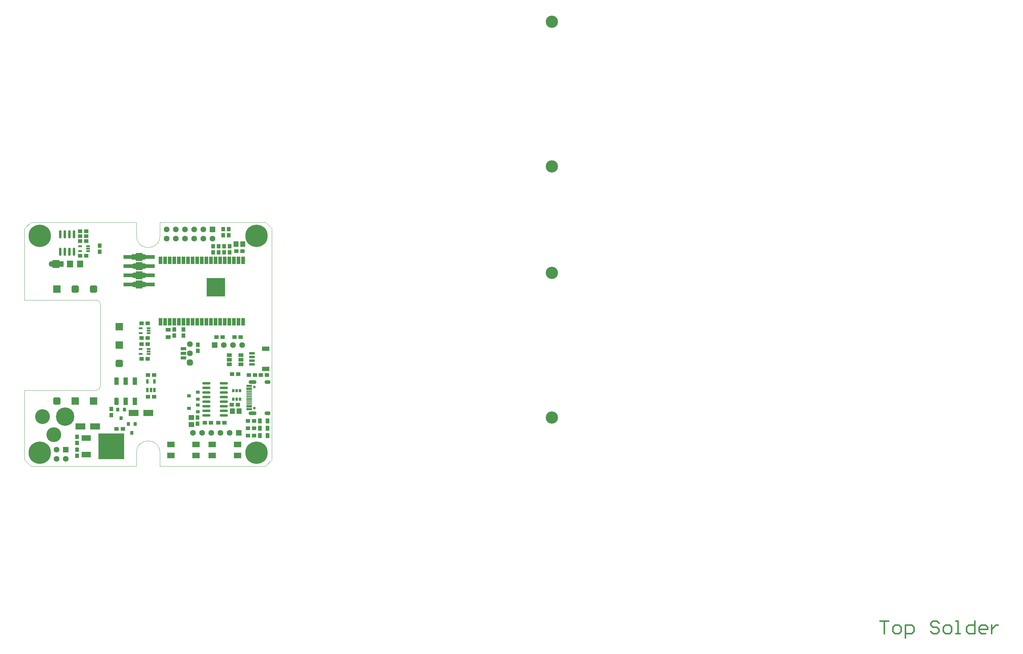
<source format=gts>
G04*
G04 #@! TF.GenerationSoftware,Altium Limited,Altium Designer,22.5.1 (42)*
G04*
G04 Layer_Color=8388736*
%FSLAX25Y25*%
%MOIN*%
G70*
G04*
G04 #@! TF.SameCoordinates,46755F1F-E2D4-4758-92CB-C7930609D95B*
G04*
G04*
G04 #@! TF.FilePolarity,Negative*
G04*
G01*
G75*
%ADD13C,0.00394*%
%ADD14C,0.01575*%
%ADD46R,0.07480X0.08661*%
%ADD47R,0.05394X0.04331*%
%ADD48R,0.12598X0.04331*%
%ADD49R,0.04331X0.04724*%
%ADD50R,0.03937X0.01968*%
%ADD51R,0.05512X0.04331*%
%ADD52R,0.06299X0.03543*%
%ADD53R,0.04724X0.04331*%
%ADD54C,0.02362*%
%ADD55R,0.01968X0.04331*%
%ADD56O,0.02756X0.09055*%
%ADD57R,0.06693X0.07480*%
%ADD58R,0.06496X0.02756*%
%ADD59R,0.08268X0.05118*%
%ADD60R,0.03740X0.04331*%
%ADD61R,0.03740X0.04331*%
%ADD62R,0.05512X0.06299*%
%ADD63R,0.04331X0.05512*%
%ADD64O,0.09055X0.02756*%
%ADD65R,0.04331X0.03740*%
%ADD66R,0.04331X0.03740*%
%ADD67R,0.06299X0.05512*%
%ADD68R,0.08268X0.05906*%
%ADD69R,0.02756X0.04921*%
%ADD70R,0.10630X0.07087*%
%ADD71R,0.10236X0.06299*%
%ADD72R,0.27953X0.27953*%
%ADD73R,0.04724X0.08071*%
G04:AMPARAMS|DCode=74|XSize=47.24mil|YSize=80.71mil|CornerRadius=12.8mil|HoleSize=0mil|Usage=FLASHONLY|Rotation=0.000|XOffset=0mil|YOffset=0mil|HoleType=Round|Shape=RoundedRectangle|*
%AMROUNDEDRECTD74*
21,1,0.04724,0.05512,0,0,0.0*
21,1,0.02165,0.08071,0,0,0.0*
1,1,0.02559,0.01083,-0.02756*
1,1,0.02559,-0.01083,-0.02756*
1,1,0.02559,-0.01083,0.02756*
1,1,0.02559,0.01083,0.02756*
%
%ADD74ROUNDEDRECTD74*%
%ADD75R,0.06102X0.01575*%
%ADD76R,0.02559X0.03543*%
%ADD77R,0.03937X0.08268*%
%ADD78R,0.20079X0.20079*%
%ADD79C,0.13386*%
%ADD80C,0.06299*%
%ADD81R,0.06299X0.06299*%
%ADD82R,0.06299X0.06299*%
%ADD83C,0.06394*%
G04:AMPARAMS|DCode=84|XSize=63.94mil|YSize=63.94mil|CornerRadius=16.97mil|HoleSize=0mil|Usage=FLASHONLY|Rotation=270.000|XOffset=0mil|YOffset=0mil|HoleType=Round|Shape=RoundedRectangle|*
%AMROUNDEDRECTD84*
21,1,0.06394,0.03000,0,0,270.0*
21,1,0.03000,0.06394,0,0,270.0*
1,1,0.03394,-0.01500,-0.01500*
1,1,0.03394,-0.01500,0.01500*
1,1,0.03394,0.01500,0.01500*
1,1,0.03394,0.01500,-0.01500*
%
%ADD84ROUNDEDRECTD84*%
%ADD85C,0.16142*%
%ADD86C,0.20079*%
%ADD87R,0.08268X0.08268*%
G04:AMPARAMS|DCode=88|XSize=82.68mil|YSize=82.68mil|CornerRadius=21.65mil|HoleSize=0mil|Usage=FLASHONLY|Rotation=180.000|XOffset=0mil|YOffset=0mil|HoleType=Round|Shape=RoundedRectangle|*
%AMROUNDEDRECTD88*
21,1,0.08268,0.03937,0,0,180.0*
21,1,0.03937,0.08268,0,0,180.0*
1,1,0.04331,-0.01968,0.01968*
1,1,0.04331,0.01968,0.01968*
1,1,0.04331,0.01968,-0.01968*
1,1,0.04331,-0.01968,-0.01968*
%
%ADD88ROUNDEDRECTD88*%
G04:AMPARAMS|DCode=89|XSize=82.68mil|YSize=82.68mil|CornerRadius=21.65mil|HoleSize=0mil|Usage=FLASHONLY|Rotation=270.000|XOffset=0mil|YOffset=0mil|HoleType=Round|Shape=RoundedRectangle|*
%AMROUNDEDRECTD89*
21,1,0.08268,0.03937,0,0,270.0*
21,1,0.03937,0.08268,0,0,270.0*
1,1,0.04331,-0.01968,-0.01968*
1,1,0.04331,-0.01968,0.01968*
1,1,0.04331,0.01968,0.01968*
1,1,0.04331,0.01968,-0.01968*
%
%ADD89ROUNDEDRECTD89*%
%ADD90R,0.08268X0.08268*%
%ADD91O,0.08661X0.04331*%
%ADD92O,0.06693X0.04331*%
%ADD93C,0.02953*%
%ADD94C,0.24410*%
G36*
X122716Y231968D02*
X122677Y231624D01*
X122772Y230939D01*
X123090Y230325D01*
X123593Y229851D01*
X123898Y229685D01*
X124269Y229759D01*
X125004Y229576D01*
X125590Y229095D01*
X125915Y228410D01*
X125915Y227653D01*
X125590Y226968D01*
X125004Y226487D01*
X124269Y226304D01*
X123898Y226378D01*
X123590Y226207D01*
X123083Y225724D01*
X122766Y225100D01*
X122674Y224405D01*
X122717Y224056D01*
X121437Y224056D01*
Y231968D01*
X122716Y231968D01*
D02*
G37*
G36*
X128524Y224095D02*
X126555D01*
X123507Y224095D01*
X123501Y224352D01*
X123648Y224844D01*
X123938Y225268D01*
X124345Y225582D01*
X124587Y225669D01*
X124587Y225669D01*
X125006Y225761D01*
X125764Y226161D01*
X126330Y226803D01*
X126633Y227603D01*
X126633Y228460D01*
X126330Y229260D01*
X125764Y229902D01*
X125007Y230302D01*
X124587Y230394D01*
X124587Y230394D01*
X124345Y230481D01*
X123938Y230795D01*
X123648Y231219D01*
X123502Y231712D01*
X123507Y231968D01*
X123507Y231968D01*
X126555Y231968D01*
X128524D01*
Y224095D01*
D02*
G37*
G36*
X122717Y224056D02*
X122717D01*
D01*
X122717D01*
D02*
G37*
G36*
X37795Y224448D02*
X37795Y216535D01*
X36516D01*
X36556Y216880D01*
X36460Y217565D01*
X36143Y218179D01*
X35639Y218653D01*
X35335Y218819D01*
X35335Y218819D01*
X34963Y218745D01*
X34228Y218928D01*
X33642Y219409D01*
X33318Y220094D01*
X33318Y220851D01*
X33642Y221536D01*
X34228Y222017D01*
X34963Y222200D01*
X35335Y222126D01*
Y222126D01*
X35642Y222297D01*
X36149Y222780D01*
X36467Y223404D01*
X36559Y224099D01*
X36516Y224448D01*
Y224448D01*
X37795Y224448D01*
D02*
G37*
G36*
X35725Y224409D02*
X35731Y224152D01*
X35585Y223660D01*
X35294Y223236D01*
X34887Y222922D01*
X34646Y222835D01*
X34646Y222835D01*
X34226Y222743D01*
X33469Y222343D01*
X32902Y221701D01*
X32599Y220901D01*
X32599Y220044D01*
X32902Y219244D01*
X33469Y218602D01*
X34226Y218202D01*
X34646Y218110D01*
X34646Y218110D01*
X34887Y218023D01*
X35294Y217709D01*
X35584Y217285D01*
X35731Y216792D01*
X35725Y216536D01*
X35725Y216536D01*
X32677Y216535D01*
X30709D01*
Y224410D01*
X32677D01*
X35725Y224409D01*
D02*
G37*
G36*
X122716Y221969D02*
X122677Y221624D01*
X122772Y220939D01*
X123090Y220325D01*
X123593Y219851D01*
X123898Y219685D01*
X124269Y219759D01*
X125004Y219576D01*
X125590Y219095D01*
X125915Y218410D01*
X125915Y217653D01*
X125590Y216968D01*
X125004Y216487D01*
X124269Y216304D01*
X123898Y216378D01*
X123590Y216207D01*
X123083Y215724D01*
X122766Y215100D01*
X122674Y214405D01*
X122717Y214056D01*
X121437Y214056D01*
Y221969D01*
X122716Y221969D01*
D02*
G37*
G36*
X128524Y214094D02*
X126555D01*
X123507Y214095D01*
X123501Y214352D01*
X123648Y214844D01*
X123938Y215268D01*
X124345Y215582D01*
X124587Y215669D01*
X124587Y215669D01*
X125006Y215761D01*
X125764Y216161D01*
X126330Y216803D01*
X126633Y217603D01*
X126633Y218460D01*
X126330Y219260D01*
X125764Y219902D01*
X125007Y220302D01*
X124587Y220394D01*
X124587Y220394D01*
X124345Y220481D01*
X123938Y220795D01*
X123648Y221219D01*
X123502Y221711D01*
X123507Y221968D01*
X123507Y221968D01*
X126555Y221969D01*
X128524D01*
Y214094D01*
D02*
G37*
G36*
X122717Y214056D02*
X122717D01*
D01*
X122717D01*
D02*
G37*
G36*
X122716Y211968D02*
X122677Y211624D01*
X122772Y210939D01*
X123090Y210325D01*
X123593Y209851D01*
X123898Y209685D01*
X124269Y209759D01*
X125004Y209576D01*
X125590Y209095D01*
X125915Y208410D01*
X125915Y207653D01*
X125590Y206968D01*
X125004Y206487D01*
X124269Y206304D01*
X123898Y206378D01*
X123590Y206207D01*
X123083Y205724D01*
X122766Y205100D01*
X122674Y204405D01*
X122717Y204056D01*
X121437Y204056D01*
Y211968D01*
X122716Y211968D01*
D02*
G37*
G36*
X128524Y204095D02*
X126555D01*
X123507Y204095D01*
X123501Y204351D01*
X123648Y204844D01*
X123938Y205268D01*
X124345Y205582D01*
X124587Y205669D01*
X124587Y205669D01*
X125006Y205761D01*
X125764Y206161D01*
X126330Y206803D01*
X126633Y207603D01*
X126633Y208459D01*
X126330Y209260D01*
X125764Y209902D01*
X125007Y210302D01*
X124587Y210394D01*
X124587Y210394D01*
X124345Y210481D01*
X123938Y210795D01*
X123648Y211219D01*
X123502Y211712D01*
X123507Y211968D01*
X123507Y211968D01*
X126555Y211968D01*
X128524D01*
Y204095D01*
D02*
G37*
G36*
X122717Y204056D02*
X122717D01*
D01*
X122717D01*
D02*
G37*
G36*
X122716Y201969D02*
X122677Y201624D01*
X122772Y200939D01*
X123090Y200325D01*
X123593Y199851D01*
X123898Y199685D01*
X124269Y199759D01*
X125004Y199576D01*
X125590Y199095D01*
X125915Y198410D01*
X125915Y197653D01*
X125590Y196968D01*
X125004Y196487D01*
X124269Y196304D01*
X123898Y196378D01*
X123590Y196207D01*
X123083Y195724D01*
X122766Y195100D01*
X122674Y194405D01*
X122717Y194056D01*
X121437Y194056D01*
Y201969D01*
X122716Y201969D01*
D02*
G37*
G36*
X128524Y194095D02*
X126555D01*
X123507Y194095D01*
X123501Y194351D01*
X123648Y194844D01*
X123938Y195268D01*
X124345Y195582D01*
X124587Y195669D01*
X124587Y195669D01*
X125006Y195761D01*
X125764Y196161D01*
X126330Y196803D01*
X126633Y197603D01*
X126633Y198459D01*
X126330Y199260D01*
X125764Y199902D01*
X125007Y200302D01*
X124587Y200394D01*
X124587Y200394D01*
X124345Y200481D01*
X123938Y200795D01*
X123648Y201219D01*
X123502Y201712D01*
X123507Y201968D01*
X123507Y201968D01*
X126555Y201969D01*
X128524D01*
Y194095D01*
D02*
G37*
G36*
X122717Y194056D02*
X122717D01*
D01*
X122717D01*
D02*
G37*
D13*
X82677Y176102D02*
G03*
X77677Y181102I-5000J0D01*
G01*
Y82677D02*
G03*
X82677Y87677I0J5000D01*
G01*
X147638Y14764D02*
G03*
X122047Y14764I-12795J0D01*
G01*
X122047Y250984D02*
G03*
X147638Y250984I12795J0D01*
G01*
X-0Y6890D02*
Y82677D01*
X-0Y181102D02*
Y258858D01*
X0Y6890D02*
X6890Y0D01*
X0Y258858D02*
X6890Y265748D01*
X-0Y82677D02*
X77677Y82677D01*
X-0Y181102D02*
X77677Y181102D01*
X6890Y-0D02*
X122047D01*
X6890Y265748D02*
X122047D01*
X82677Y87677D02*
Y176102D01*
X122047Y-0D02*
Y14764D01*
X122047Y250984D02*
Y265748D01*
X147638Y-0D02*
Y14764D01*
X147638Y250984D02*
Y265748D01*
X147638Y-0D02*
X262795Y-0D01*
X147638Y265748D02*
X262795Y265748D01*
X262795Y265748D02*
X269685Y258858D01*
X262795Y0D02*
X269685Y6890D01*
X269685Y258858D01*
X269685D02*
X269685D01*
D14*
X932685Y-168552D02*
X941868D01*
X937276D01*
Y-182327D01*
X948756D02*
X953347D01*
X955643Y-180031D01*
Y-175439D01*
X953347Y-173144D01*
X948756D01*
X946460Y-175439D01*
Y-180031D01*
X948756Y-182327D01*
X960235Y-186919D02*
Y-173144D01*
X967122D01*
X969418Y-175439D01*
Y-180031D01*
X967122Y-182327D01*
X960235D01*
X996968Y-170848D02*
X994673Y-168552D01*
X990081D01*
X987785Y-170848D01*
Y-173144D01*
X990081Y-175439D01*
X994673D01*
X996968Y-177735D01*
Y-180031D01*
X994673Y-182327D01*
X990081D01*
X987785Y-180031D01*
X1003856Y-182327D02*
X1008448D01*
X1010744Y-180031D01*
Y-175439D01*
X1008448Y-173144D01*
X1003856D01*
X1001560Y-175439D01*
Y-180031D01*
X1003856Y-182327D01*
X1015335D02*
X1019927D01*
X1017631D01*
Y-168552D01*
X1015335D01*
X1035998D02*
Y-182327D01*
X1029110D01*
X1026814Y-180031D01*
Y-175439D01*
X1029110Y-173144D01*
X1035998D01*
X1047477Y-182327D02*
X1042885D01*
X1040590Y-180031D01*
Y-175439D01*
X1042885Y-173144D01*
X1047477D01*
X1049773Y-175439D01*
Y-177735D01*
X1040590D01*
X1054365Y-173144D02*
Y-182327D01*
Y-177735D01*
X1056660Y-175439D01*
X1058956Y-173144D01*
X1061252D01*
D46*
X124980Y198029D02*
D03*
X124980Y218032D02*
D03*
X34252Y220474D02*
D03*
X124980Y228031D02*
D03*
Y208032D02*
D03*
D47*
X223228Y111142D02*
D03*
Y116142D02*
D03*
Y121142D02*
D03*
X235827D02*
D03*
Y116142D02*
D03*
Y111142D02*
D03*
D48*
X114173Y198031D02*
D03*
X135433D02*
D03*
X114173Y228031D02*
D03*
X135433D02*
D03*
X114173Y218032D02*
D03*
Y208032D02*
D03*
X135433Y218032D02*
D03*
X135433Y208032D02*
D03*
D49*
X81889Y240355D02*
D03*
X81889Y233662D02*
D03*
X188583Y46259D02*
D03*
X188583Y52952D02*
D03*
X211614Y239567D02*
D03*
X211614Y232874D02*
D03*
X223426Y239567D02*
D03*
X223426Y232874D02*
D03*
X217520Y239567D02*
D03*
Y232874D02*
D03*
X205709Y239567D02*
D03*
X205709Y232874D02*
D03*
X173228Y142323D02*
D03*
Y149016D02*
D03*
X163385Y142323D02*
D03*
X163385Y149016D02*
D03*
X188976Y132284D02*
D03*
X188976Y125591D02*
D03*
X94488Y62402D02*
D03*
X94488Y55709D02*
D03*
X57087Y11417D02*
D03*
Y18110D02*
D03*
X57086Y31890D02*
D03*
Y25197D02*
D03*
X222441Y258267D02*
D03*
Y251574D02*
D03*
X216536D02*
D03*
X216536Y258267D02*
D03*
D50*
X60630Y234449D02*
D03*
Y239567D02*
D03*
X69291D02*
D03*
X69291Y237008D02*
D03*
X69291Y234449D02*
D03*
X135236Y145079D02*
D03*
X135236Y147638D02*
D03*
X135236Y150197D02*
D03*
X126575D02*
D03*
Y145079D02*
D03*
X135236Y122441D02*
D03*
X135236Y125000D02*
D03*
X135236Y127559D02*
D03*
X126575D02*
D03*
Y122441D02*
D03*
D51*
X156496Y140551D02*
D03*
Y148819D02*
D03*
D52*
X173228Y128032D02*
D03*
Y123031D02*
D03*
Y118032D02*
D03*
D53*
X257678Y99213D02*
D03*
X264370Y99213D02*
D03*
X60630Y255906D02*
D03*
X67323Y255906D02*
D03*
X60630Y250591D02*
D03*
X67323Y250591D02*
D03*
X67322Y245275D02*
D03*
X60630Y245275D02*
D03*
X60630Y229330D02*
D03*
X67322Y229330D02*
D03*
X215945Y140748D02*
D03*
X209252Y140748D02*
D03*
X228937Y140748D02*
D03*
X235630Y140748D02*
D03*
X226181Y100393D02*
D03*
X232874Y100393D02*
D03*
X196456Y47244D02*
D03*
X203149D02*
D03*
X217914Y47244D02*
D03*
X211221Y47244D02*
D03*
X243701Y49212D02*
D03*
X250393D02*
D03*
X243701Y33464D02*
D03*
X250393Y33464D02*
D03*
X243701Y41338D02*
D03*
X250393D02*
D03*
X134252Y155511D02*
D03*
X127559D02*
D03*
Y139763D02*
D03*
X134252Y139763D02*
D03*
X134252Y132874D02*
D03*
X127559D02*
D03*
X127559Y117126D02*
D03*
X134252Y117126D02*
D03*
X134449Y99409D02*
D03*
X141141D02*
D03*
X134449Y75787D02*
D03*
X141141D02*
D03*
X107087Y40748D02*
D03*
X100394Y40748D02*
D03*
X225984Y66929D02*
D03*
X232677D02*
D03*
X244685Y99212D02*
D03*
X251378D02*
D03*
X230905Y234252D02*
D03*
X237598D02*
D03*
D54*
X123799Y198031D02*
D03*
Y218032D02*
D03*
X35433Y220472D02*
D03*
X123799Y228031D02*
D03*
Y208032D02*
D03*
D55*
X127736Y198031D02*
D03*
Y218032D02*
D03*
X31496Y220472D02*
D03*
X127736Y228031D02*
D03*
Y208032D02*
D03*
D56*
X53760Y252559D02*
D03*
X48760D02*
D03*
X43760D02*
D03*
X38760D02*
D03*
X53760Y233661D02*
D03*
X48760D02*
D03*
X43760D02*
D03*
X38760D02*
D03*
D57*
X49606Y220472D02*
D03*
X60630D02*
D03*
D58*
X247933Y118898D02*
D03*
Y111024D02*
D03*
Y114961D02*
D03*
Y122835D02*
D03*
D59*
X262795Y105905D02*
D03*
X262795Y127953D02*
D03*
D60*
X120669Y45866D02*
D03*
X116929Y36417D02*
D03*
X105315Y52362D02*
D03*
X109055Y61811D02*
D03*
D61*
X113189Y45866D02*
D03*
X101575Y61811D02*
D03*
D62*
X230512Y242126D02*
D03*
X237992Y242126D02*
D03*
X226575Y60039D02*
D03*
X234055D02*
D03*
D63*
X264961Y49213D02*
D03*
X256693D02*
D03*
Y33465D02*
D03*
X264961D02*
D03*
X256693Y41339D02*
D03*
X264961D02*
D03*
D64*
X198228Y60335D02*
D03*
Y55335D02*
D03*
Y65335D02*
D03*
X198228Y70335D02*
D03*
X198228Y75335D02*
D03*
Y80335D02*
D03*
X198228Y90335D02*
D03*
X198228Y85335D02*
D03*
X217126Y90335D02*
D03*
Y75335D02*
D03*
Y80335D02*
D03*
Y85335D02*
D03*
Y70335D02*
D03*
Y65335D02*
D03*
Y60335D02*
D03*
X217126Y55335D02*
D03*
D65*
X179331Y76772D02*
D03*
X188779Y73032D02*
D03*
X179331Y62992D02*
D03*
X188779Y59252D02*
D03*
D66*
X188779Y80512D02*
D03*
Y66732D02*
D03*
D67*
X181890Y45472D02*
D03*
Y52953D02*
D03*
D68*
X204724Y23622D02*
D03*
X232283D02*
D03*
X204724Y11811D02*
D03*
X232283D02*
D03*
X159449Y23622D02*
D03*
X187008D02*
D03*
X159449Y11811D02*
D03*
X187008D02*
D03*
D69*
X134055Y92224D02*
D03*
X141535Y92224D02*
D03*
Y82973D02*
D03*
X137795D02*
D03*
X134055D02*
D03*
D70*
X118898Y58071D02*
D03*
X135039D02*
D03*
X60827Y43307D02*
D03*
X76968D02*
D03*
D71*
X67323Y30709D02*
D03*
Y12598D02*
D03*
D72*
X94488Y21654D02*
D03*
D73*
X100394Y92815D02*
D03*
X120079D02*
D03*
X110236D02*
D03*
Y70571D02*
D03*
X120079D02*
D03*
D74*
X100394D02*
D03*
D75*
X244892Y61516D02*
D03*
X244892Y62697D02*
D03*
X244892Y86910D02*
D03*
X244892Y88091D02*
D03*
X244892Y84842D02*
D03*
X244892Y83661D02*
D03*
Y81693D02*
D03*
X244892Y79724D02*
D03*
Y77756D02*
D03*
Y75787D02*
D03*
Y73819D02*
D03*
Y71850D02*
D03*
Y69882D02*
D03*
Y67913D02*
D03*
Y65945D02*
D03*
X244892Y64764D02*
D03*
D76*
X235039Y73032D02*
D03*
X231299D02*
D03*
X227559D02*
D03*
Y82480D02*
D03*
X231299D02*
D03*
X235039D02*
D03*
D77*
X148228Y157480D02*
D03*
X153228Y157480D02*
D03*
X158228D02*
D03*
X163228D02*
D03*
X168220Y157480D02*
D03*
X238221Y157480D02*
D03*
X233221D02*
D03*
X228221D02*
D03*
X223220D02*
D03*
X218220Y157480D02*
D03*
X213221Y157480D02*
D03*
X208221D02*
D03*
X203221D02*
D03*
X198221D02*
D03*
X193220Y157480D02*
D03*
X188221Y157480D02*
D03*
X183221D02*
D03*
X178220D02*
D03*
X173221D02*
D03*
X168220Y224410D02*
D03*
X163228D02*
D03*
X158228D02*
D03*
X153228D02*
D03*
X148228D02*
D03*
X173221D02*
D03*
X178220D02*
D03*
X183221D02*
D03*
X188221Y224410D02*
D03*
X193220Y224410D02*
D03*
X198221D02*
D03*
X203221D02*
D03*
X208221D02*
D03*
X213221Y224410D02*
D03*
X218220Y224410D02*
D03*
X223220D02*
D03*
X228221D02*
D03*
X233221D02*
D03*
X238221Y224410D02*
D03*
D78*
X208699Y194882D02*
D03*
D79*
X574803Y484252D02*
D03*
Y326772D02*
D03*
X574803Y210630D02*
D03*
Y53150D02*
D03*
D80*
X154882Y258032D02*
D03*
Y248031D02*
D03*
X174882Y258032D02*
D03*
Y248031D02*
D03*
X164882Y258032D02*
D03*
Y248031D02*
D03*
X184882D02*
D03*
Y258032D02*
D03*
X194882Y248031D02*
D03*
Y258032D02*
D03*
X204882Y248031D02*
D03*
X129764Y198031D02*
D03*
X119764Y198031D02*
D03*
X129764Y228031D02*
D03*
X119764Y218032D02*
D03*
X129764D02*
D03*
X119764Y208032D02*
D03*
X129764D02*
D03*
X29528Y220472D02*
D03*
X237362Y131890D02*
D03*
X227362D02*
D03*
X217362D02*
D03*
X223740Y36220D02*
D03*
X213740D02*
D03*
X203740D02*
D03*
X193740D02*
D03*
X183740D02*
D03*
X44882Y8032D02*
D03*
X34882Y18032D02*
D03*
Y8032D02*
D03*
D81*
X204882Y258032D02*
D03*
X39528Y220472D02*
D03*
X207362Y131890D02*
D03*
X233740Y36220D02*
D03*
X44882Y18032D02*
D03*
D82*
X119764Y228031D02*
D03*
D83*
X180118Y133031D02*
D03*
Y123031D02*
D03*
D84*
Y113031D02*
D03*
D85*
X19685Y54134D02*
D03*
X31890Y34449D02*
D03*
D86*
X44094Y54134D02*
D03*
D87*
X55118Y70866D02*
D03*
X75118D02*
D03*
X35118Y192913D02*
D03*
D88*
X35118Y70866D02*
D03*
D03*
X55118D02*
D03*
X75118Y192913D02*
D03*
X55118D02*
D03*
D89*
X103347Y111890D02*
D03*
Y131890D02*
D03*
Y111890D02*
D03*
D90*
Y151890D02*
D03*
Y131890D02*
D03*
D91*
X248494Y91811D02*
D03*
Y57795D02*
D03*
D92*
X264951Y91811D02*
D03*
Y57795D02*
D03*
D93*
X250583Y86181D02*
D03*
Y63425D02*
D03*
D94*
X252953Y250984D02*
D03*
X16732Y250984D02*
D03*
X16732Y14764D02*
D03*
X252953Y14764D02*
D03*
M02*

</source>
